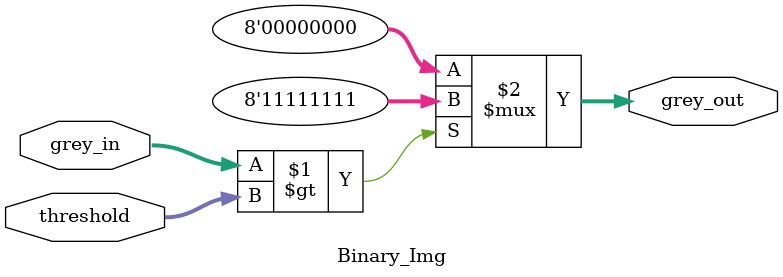
<source format=v>

module Binary_Img(
input [7:0] grey_in,
input [7:0] threshold,
output [7:0] grey_out
);
//threshold the pixel
assign grey_out = (grey_in>threshold) ? 8'hff : 8'h00;

endmodule 
</source>
